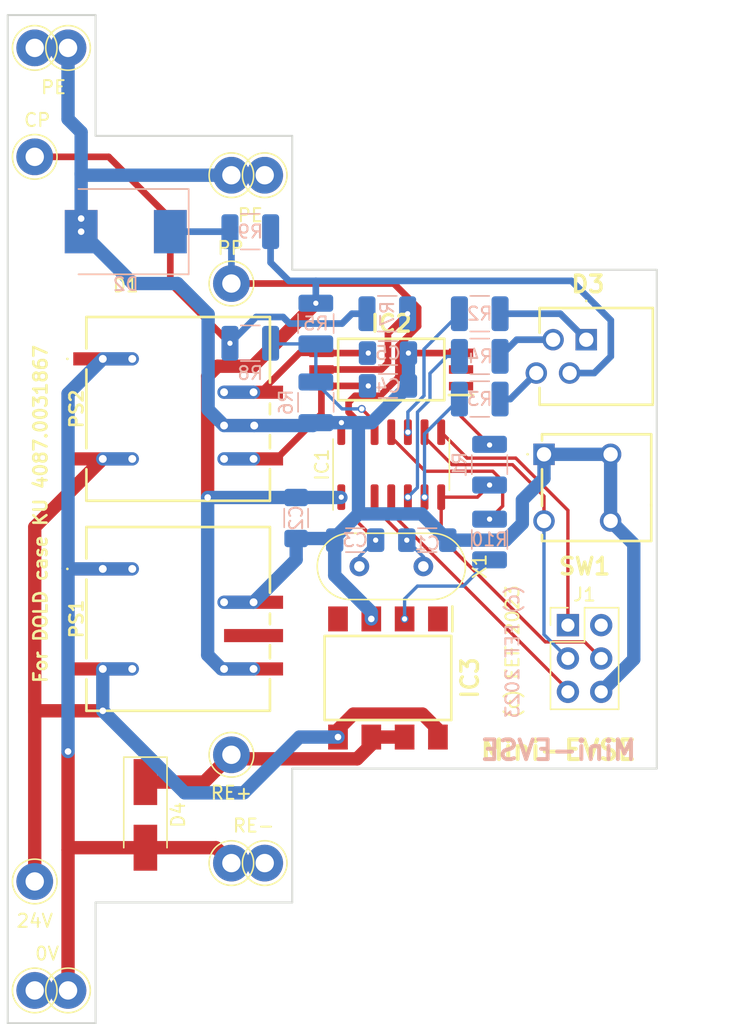
<source format=kicad_pcb>
(kicad_pcb (version 20211014) (generator pcbnew)
  (title_block (title "Mini EVSE - DIN housing") (rev "1") (company "FEF 2023") (comment 1 "EVSE for DOLD KU 4087.0031867 DIN housing"))
  (layers (0 "F.Cu" signal) (31 "B.Cu" signal) (34 "B.Paste" user) (35 "F.Paste" user) (36 "B.SilkS" user "B.Silkscreen") (37 "F.SilkS" user "F.Silkscreen") (38 "B.Mask" user) (39 "F.Mask" user) (44 "Edge.Cuts" user))
  (net 0 "")
  (net 1 "/XTAL2")
  (net 2 "GND")
  (net 3 "+5V")
  (net 4 "/XTAL1")
  (net 5 "+12V")
  (net 6 "-12V")
  (net 7 "Net-(D1-Pad1)")
  (net 8 "/PP_MEAS")
  (net 9 "Net-(D3-Pad1)")
  (net 10 "Net-(D3-Pad3)")
  (net 11 "Net-(D3-Pad4)")
  (net 12 "/RE+")
  (net 13 "/0V")
  (net 14 "/LED_R")
  (net 15 "/SW")
  (net 16 "/CH_ON")
  (net 17 "/LED_B")
  (net 18 "/LED_G")
  (net 19 "/CP_MEAS")
  (net 20 "/CP_OUT")
  (net 21 "/24V")
  (net 22 "Net-(IC2-Pad1)")
  (net 24 "Net-(IC2-Pad5)")
  (net 26 "Net-(IC3-Pad2)")
  (net 29 "/MISO")
  (net 30 "/RESET")
  (footprint "TestPoint:TestPoint_Loop_D2.60mm_Drill1.4mm_Beaded" (layer "F.Cu") (at 117.06 114.6)
    (fp_text reference "H2" hide)
    (fp_text value "RE-")
    (pad "1" thru_hole circle (at 0 0) (size 2.8 2.8) (drill 1.4) (layers *.Cu *.Mask) (net 13 "/0V"))
  )
  (footprint "Diode_SMD:D_SMC" (layer "F.Cu") (at 109 66.5 180)
    (fp_text reference "D1" (at 0 -4.1 180) (layer "F.SilkS"))
    (fp_text value "5.0SMDJ12CA")
    (pad "1" smd rect (at -3.4 0 270) (size 3.3 2.5) (layers "F.Cu" "F.Paste" "F.Mask") (net 7 "Net-(D1-Pad1)"))
    (pad "2" smd rect (at 3.4 0 270) (size 3.3 2.5) (layers "F.Cu" "F.Paste" "F.Mask") (net 2 "GND"))
  )
  (footprint "SamacSys_Parts:SOIC127P1150X355-6N" (layer "F.Cu") (at 129.25 77 180)
    (fp_text reference "IC2" (at 0 3.5) (layer "F.SilkS") (effects (font (size 1.27 1.27) (thickness 0.254))))
    (fp_text value "UCC23511QDWYRQ1" hide)
    (pad "1" smd rect locked (at -5.325 -1.27 270) (size 0.65 1.85) (layers "F.Cu" "F.Paste" "F.Mask") (net 22 "Net-(IC2-Pad1)"))
    (pad "2" smd rect locked (at -5.325 0 270) (size 0.65 1.85) (layers "F.Cu" "F.Paste" "F.Mask"))
    (pad "3" smd rect locked (at -5.325 1.27 270) (size 0.65 1.85) (layers "F.Cu" "F.Paste" "F.Mask") (net 2 "GND"))
    (pad "4" smd rect locked (at 5.325 1.27 270) (size 0.65 1.85) (layers "F.Cu" "F.Paste" "F.Mask") (net 6 "-12V"))
    (pad "5" smd rect locked (at 5.325 0 270) (size 0.65 1.85) (layers "F.Cu" "F.Paste" "F.Mask") (net 24 "Net-(IC2-Pad5)"))
    (pad "6" smd rect locked (at 5.325 -1.27 270) (size 0.65 1.85) (layers "F.Cu" "F.Paste" "F.Mask") (net 5 "+12V"))
  )
  (footprint "TestPoint:TestPoint_Loop_D2.60mm_Drill1.4mm_Beaded" (layer "F.Cu") (at 102.06 116)
    (fp_text reference "H4" hide)
    (fp_text value "24V IN")
    (pad "1" thru_hole circle (at 0 0) (size 2.8 2.8) (drill 1.4) (layers *.Cu *.Mask) (net 21 "/24V"))
  )
  (footprint "TestPoint:TestPoint_Loop_D2.60mm_Drill1.4mm_Beaded" (layer "F.Cu") (at 102.06 60.8)
    (fp_text reference "H8" hide)
    (fp_text value "CP")
    (pad "1" thru_hole circle (at 0 0) (size 2.8 2.8) (drill 1.4) (layers *.Cu *.Mask) (net 7 "Net-(D1-Pad1)"))
  )
  (footprint "TestPoint:TestPoint_Loop_D2.60mm_Drill1.4mm_Beaded" (layer "F.Cu") (at 117.06 106.35)
    (fp_text reference "H1" hide)
    (fp_text value "RE+")
    (pad "1" thru_hole circle (at 0 0) (size 2.8 2.8) (drill 1.4) (layers *.Cu *.Mask) (net 12 "/RE+"))
  )
  (footprint "TestPoint:TestPoint_Loop_D2.60mm_Drill1.4mm_Beaded" (layer "F.Cu") (at 102.06 124.3)
    (fp_text reference "H5" hide)
    (fp_text value "0V IN")
    (pad "1" thru_hole circle (at 0 0) (size 2.8 2.8) (drill 1.4) (layers *.Cu *.Mask) (net 13 "/0V"))
  )
  (footprint "TestPoint:TestPoint_Loop_D2.60mm_Drill1.4mm_Beaded" (layer "F.Cu") (at 102.06 52.5)
    (fp_text reference "H9" hide)
    (fp_text value "GND")
    (pad "1" thru_hole circle (at 0 0) (size 2.8 2.8) (drill 1.4) (layers *.Cu *.Mask) (net 2 "GND"))
  )
  (footprint "SamacSys_Parts:5504013F" (layer "F.Cu") (at 144.124 74.73 90)
    (fp_text reference "D3" (at 4.23 0.126 180) (layer "F.SilkS") (effects (font (size 1.27 1.27) (thickness 0.254))))
    (fp_text value "LED_RABG" hide)
    (pad "1" thru_hole rect (at 0 0 90) (size 1.635 1.635) (drill 1.09) (layers *.Cu *.Mask) (net 9 "Net-(D3-Pad1)"))
    (pad "2" thru_hole circle (at -2.54 -1.27 90) (size 1.635 1.635) (drill 1.09) (layers *.Cu *.Mask) (net 3 "+5V"))
    (pad "3" thru_hole circle (at 0 -2.53 90) (size 1.635 1.635) (drill 1.09) (layers *.Cu *.Mask) (net 10 "Net-(D3-Pad3)"))
    (pad "4" thru_hole circle (at -2.54 -3.81 90) (size 1.635 1.635) (drill 1.09) (layers *.Cu *.Mask) (net 11 "Net-(D3-Pad4)"))
  )
  (footprint "TestPoint:TestPoint_Loop_D2.60mm_Drill1.4mm_Beaded" (layer "F.Cu") (at 117.06 70.45)
    (fp_text reference "H7" hide)
    (fp_text value "PP")
    (pad "1" thru_hole circle (at 0 0) (size 2.8 2.8) (drill 1.4) (layers *.Cu *.Mask) (net 8 "/PP_MEAS"))
  )
  (footprint "TestPoint:TestPoint_Loop_D2.60mm_Drill1.4mm_Beaded" (layer "F.Cu") (at 117.06 62.2)
    (fp_text reference "H11" hide)
    (fp_text value "GND")
    (pad "1" thru_hole circle (at 0 0) (size 2.8 2.8) (drill 1.4) (layers *.Cu *.Mask) (net 2 "GND"))
  )
  (footprint "SamacSys_Parts:PQP1D24S5M" (layer "F.Cu") (at 113 80)
    (fp_text reference "PS2" (at -7.75 0 90) (layer "F.SilkS") (effects (font (thickness 0.2))))
    (fp_text value "PQP1-D24-D12-M" hide)
    (pad "1" smd rect locked (at -5.75 -3.81 90) (size 1 4.5) (layers "F.Cu" "F.Paste" "F.Mask") (net 13 "/0V"))
    (pad "4" smd rect locked (at -5.75 3.81 90) (size 1 4.5) (layers "F.Cu" "F.Paste" "F.Mask") (net 21 "/24V"))
    (pad "5" smd rect locked (at 5.75 3.81 90) (size 1 4.5) (layers "F.Cu" "F.Paste" "F.Mask") (net 5 "+12V"))
    (pad "6" smd rect locked (at 5.75 1.27 90) (size 1 4.5) (layers "F.Cu" "F.Paste" "F.Mask") (net 2 "GND"))
    (pad "7" smd rect locked (at 5.75 -1.27 90) (size 1 4.5) (layers "F.Cu" "F.Paste" "F.Mask") (net 6 "-12V"))
  )
  (footprint "TestPoint:TestPoint_Loop_D2.60mm_Drill1.4mm_Beaded" (layer "F.Cu") (at 119.6 114.6)
    (fp_text reference "H3" hide)
    (fp_text value "RE-")
    (pad "1" thru_hole circle (at 0 0) (size 2.8 2.8) (drill 1.4) (layers *.Cu *.Mask) (net 13 "/0V"))
  )
  (footprint "Connector_PinHeader_2.54mm:PinHeader_2x03_P2.54mm_Vertical" (layer "F.Cu") (at 142.725 96.475)
    (fp_text reference "J1" (at 1.27 -2.33) (layer "F.SilkS"))
    (fp_text value "ICP")
    (pad "1" thru_hole rect (at 0 0) (size 1.7 1.7) (drill 1) (layers *.Cu *.Mask) (net 29 "/MISO"))
    (pad "2" thru_hole oval (at 2.54 0) (size 1.7 1.7) (drill 1) (layers *.Cu *.Mask))
    (pad "3" thru_hole oval (at 0 2.54) (size 1.7 1.7) (drill 1) (layers *.Cu *.Mask) (net 15 "/SW"))
    (pad "4" thru_hole oval (at 2.54 2.54) (size 1.7 1.7) (drill 1) (layers *.Cu *.Mask) (net 20 "/CP_OUT"))
    (pad "5" thru_hole oval (at 0 5.08) (size 1.7 1.7) (drill 1) (layers *.Cu *.Mask) (net 30 "/RESET"))
    (pad "6" thru_hole oval (at 2.54 5.08) (size 1.7 1.7) (drill 1) (layers *.Cu *.Mask) (net 2 "GND"))
  )
  (footprint "SamacSys_Parts:TPA11CGRA004" (layer "F.Cu") (at 140.902 83.46 180)
    (fp_text reference "SW1" (at -3.098 -8.54) (layer "F.SilkS") (effects (font (size 1.27 1.27) (thickness 0.254))))
    (fp_text value "SW_DIP_x01" hide)
    (pad "1" thru_hole rect (at 0 0 180) (size 1.635 1.635) (drill 1.092) (layers *.Cu *.Mask) (net 2 "GND"))
    (pad "3" thru_hole circle (at 0 -5.08 180) (size 1.635 1.635) (drill 1.092) (layers *.Cu *.Mask) (net 15 "/SW"))
    (pad "MH1" thru_hole circle (at -5.08 0 180) (size 1.635 1.635) (drill 1.092) (layers *.Cu *.Mask) (net 2 "GND"))
    (pad "MH2" thru_hole circle (at -5.08 -5.08 180) (size 1.635 1.635) (drill 1.092) (layers *.Cu *.Mask) (net 2 "GND"))
  )
  (footprint "SamacSys_Parts:PQP1D24S5M" (layer "F.Cu") (at 113 96)
    (fp_text reference "PS1" (at -7.75 0 90) (layer "F.SilkS") (effects (font (thickness 0.2))))
    (fp_text value "PQP1-D24-S5-M" hide)
    (pad "1" smd rect locked (at -5.75 -3.81 90) (size 1 4.5) (layers "F.Cu" "F.Paste" "F.Mask") (net 13 "/0V"))
    (pad "4" smd rect locked (at -5.75 3.81 90) (size 1 4.5) (layers "F.Cu" "F.Paste" "F.Mask") (net 21 "/24V"))
    (pad "5" smd rect locked (at 5.75 3.81 90) (size 1 4.5) (layers "F.Cu" "F.Paste" "F.Mask") (net 3 "+5V"))
    (pad "6" smd rect locked (at 5.75 1.27 90) (size 1 4.5) (layers "F.Cu" "F.Paste" "F.Mask"))
    (pad "7" smd rect locked (at 5.75 -1.27 90) (size 1 4.5) (layers "F.Cu" "F.Paste" "F.Mask") (net 2 "GND"))
  )
  (footprint "Diode_SMD:D_SMA_Handsoldering" (layer "F.Cu") (at 110.5 110.92823 -90)
    (fp_text reference "D4" (at 0 -2.5 -90) (layer "F.SilkS"))
    (fp_text value "SX33L_R1_00001 ")
    (pad "1" smd rect (at -2.5 0 270) (size 3.5 1.8) (layers "F.Cu" "F.Paste" "F.Mask") (net 12 "/RE+"))
    (pad "2" smd rect (at 2.5 0 270) (size 3.5 1.8) (layers "F.Cu" "F.Paste" "F.Mask") (net 13 "/0V"))
  )
  (footprint "Crystal:Crystal_HC49-U_Vertical" (layer "F.Cu") (at 131.7 92 180)
    (fp_text reference "X1" (at -4.3 0 90) (layer "F.SilkS"))
    (fp_text value "15.36MHz")
    (pad "1" thru_hole circle (at 0 0 180) (size 1.5 1.5) (drill 0.8) (layers *.Cu *.Mask) (net 1 "/XTAL2"))
    (pad "2" thru_hole circle (at 4.88 0 180) (size 1.5 1.5) (drill 0.8) (layers *.Cu *.Mask) (net 4 "/XTAL1"))
  )
  (footprint "TestPoint:TestPoint_Loop_D2.60mm_Drill1.4mm_Beaded" (layer "F.Cu") (at 104.6 124.3)
    (fp_text reference "H6" hide)
    (fp_text value "0V IN")
    (pad "1" thru_hole circle (at 0 0) (size 2.8 2.8) (drill 1.4) (layers *.Cu *.Mask) (net 13 "/0V"))
  )
  (footprint "Package_SO:SOIC-14_3.9x8.7mm_P1.27mm" (layer "F.Cu") (at 129.25 84.25 90)
    (fp_text reference "IC1" (at 0 -5.28 90) (layer "F.SilkS"))
    (fp_text value "ATtiny84-20P")
    (pad "1" smd roundrect (at -2.475 -3.81 90) (size 1.95 0.6) (layers "F.Cu" "F.Paste" "F.Mask") (net 3 "+5V"))
    (pad "2" smd roundrect (at -2.475 -2.54 90) (size 1.95 0.6) (layers "F.Cu" "F.Paste" "F.Mask") (net 4 "/XTAL1"))
    (pad "3" smd roundrect (at -2.475 -1.27 90) (size 1.95 0.6) (layers "F.Cu" "F.Paste" "F.Mask") (net 1 "/XTAL2"))
    (pad "4" smd roundrect (at -2.475 0 90) (size 1.95 0.6) (layers "F.Cu" "F.Paste" "F.Mask") (net 30 "/RESET"))
    (pad "5" smd roundrect (at -2.475 1.27 90) (size 1.95 0.6) (layers "F.Cu" "F.Paste" "F.Mask") (net 17 "/LED_B"))
    (pad "6" smd roundrect (at -2.475 2.54 90) (size 1.95 0.6) (layers "F.Cu" "F.Paste" "F.Mask") (net 18 "/LED_G"))
    (pad "7" smd roundrect (at -2.475 3.81 90) (size 1.95 0.6) (layers "F.Cu" "F.Paste" "F.Mask") (net 20 "/CP_OUT"))
    (pad "8" smd roundrect (at 2.475 3.81 90) (size 1.95 0.6) (layers "F.Cu" "F.Paste" "F.Mask") (net 29 "/MISO"))
    (pad "9" smd roundrect (at 2.475 2.54 90) (size 1.95 0.6) (layers "F.Cu" "F.Paste" "F.Mask") (net 15 "/SW"))
    (pad "10" smd roundrect (at 2.475 1.27 90) (size 1.95 0.6) (layers "F.Cu" "F.Paste" "F.Mask") (net 14 "/LED_R"))
    (pad "11" smd roundrect (at 2.475 0 90) (size 1.95 0.6) (layers "F.Cu" "F.Paste" "F.Mask") (net 16 "/CH_ON"))
    (pad "12" smd roundrect (at 2.475 -1.27 90) (size 1.95 0.6) (layers "F.Cu" "F.Paste" "F.Mask") (net 19 "/CP_MEAS"))
    (pad "13" smd roundrect (at 2.475 -2.54 90) (size 1.95 0.6) (layers "F.Cu" "F.Paste" "F.Mask") (net 8 "/PP_MEAS"))
    (pad "14" smd roundrect (at 2.475 -3.81 90) (size 1.95 0.6) (layers "F.Cu" "F.Paste" "F.Mask") (net 2 "GND"))
  )
  (footprint "TestPoint:TestPoint_Loop_D2.60mm_Drill1.4mm_Beaded" (layer "F.Cu") (at 119.6 62.2)
    (fp_text reference "H12" hide)
    (fp_text value "GND")
    (pad "1" thru_hole circle (at 0 0) (size 2.8 2.8) (drill 1.4) (layers *.Cu *.Mask) (net 2 "GND"))
  )
  (footprint "TestPoint:TestPoint_Loop_D2.60mm_Drill1.4mm_Beaded" (layer "F.Cu") (at 104.6 52.5)
    (fp_text reference "H10" hide)
    (fp_text value "GND")
    (pad "1" thru_hole circle (at 0 0) (size 2.8 2.8) (drill 1.4) (layers *.Cu *.Mask) (net 2 "GND"))
  )
  (footprint "SamacSys_Parts:SOP254P1000X425-8N" (layer "F.Cu") (at 129 100.5 -90)
    (fp_text reference "IC3" (at 0 -6.25 90) (layer "F.SilkS") (effects (font (size 1.27 1.27) (thickness 0.254))))
    (fp_text value "TLP3547_TP1,F_O" hide)
    (pad "1" smd rect locked (at -4.5 -3.81) (size 1.5 1.9) (layers "F.Cu" "F.Paste" "F.Mask"))
    (pad "2" smd rect locked (at -4.5 -1.27) (size 1.5 1.9) (layers "F.Cu" "F.Paste" "F.Mask") (net 26 "Net-(IC3-Pad2)"))
    (pad "3" smd rect locked (at -4.5 1.27) (size 1.5 1.9) (layers "F.Cu" "F.Paste" "F.Mask") (net 2 "GND"))
    (pad "4" smd rect locked (at -4.5 3.81) (size 1.5 1.9) (layers "F.Cu" "F.Paste" "F.Mask"))
    (pad "5" smd rect locked (at 4.5 3.81) (size 1.5 1.9) (layers "F.Cu" "F.Paste" "F.Mask") (net 21 "/24V"))
    (pad "6" smd rect locked (at 4.5 1.27) (size 1.5 1.9) (layers "F.Cu" "F.Paste" "F.Mask") (net 12 "/RE+"))
    (pad "7" smd rect locked (at 4.5 -1.27) (size 1.5 1.9) (layers "F.Cu" "F.Paste" "F.Mask") (net 12 "/RE+"))
    (pad "8" smd rect locked (at 4.5 -3.81) (size 1.5 1.9) (layers "F.Cu" "F.Paste" "F.Mask") (net 21 "/24V"))
  )
  (footprint "Resistor_SMD:R_1210_3225Metric_Pad1.30x2.65mm_HandSolder" (layer "B.Cu") (at 123.5 73.5 -90)
    (fp_text reference "R5" (at 0 0 180) (layer "B.SilkS") (effects (justify mirror)))
    (fp_text value "41k2")
    (pad "1" smd roundrect (at -1.55 0 270) (size 1.3 2.65) (layers "B.Cu" "B.Paste" "B.Mask") (roundrect_rratio 0.1923076923) (net 3 "+5V"))
    (pad "2" smd roundrect (at 1.55 0 270) (size 1.3 2.65) (layers "B.Cu" "B.Paste" "B.Mask") (roundrect_rratio 0.1923076923) (net 19 "/CP_MEAS"))
  )
  (footprint "Resistor_SMD:R_1210_3225Metric_Pad1.30x2.65mm_HandSolder" (layer "B.Cu") (at 128.95 72.75)
    (fp_text reference "R7" (at 0 0 90) (layer "B.SilkS") (effects (justify mirror)))
    (fp_text value "1k")
    (pad "1" smd roundrect (at -1.55 0) (size 1.3 2.65) (layers "B.Cu" "B.Paste" "B.Mask") (roundrect_rratio 0.1923076923) (net 7 "Net-(D1-Pad1)"))
    (pad "2" smd roundrect (at 1.55 0) (size 1.3 2.65) (layers "B.Cu" "B.Paste" "B.Mask") (roundrect_rratio 0.1923076923) (net 24 "Net-(IC2-Pad5)"))
  )
  (footprint "Resistor_SMD:R_1210_3225Metric_Pad1.30x2.65mm_HandSolder" (layer "B.Cu") (at 118.5 75)
    (fp_text reference "R8" (at 0 2.28) (layer "B.SilkS") (effects (justify mirror)))
    (fp_text value "100k")
    (pad "1" smd roundrect (at -1.55 0) (size 1.3 2.65) (layers "B.Cu" "B.Paste" "B.Mask") (roundrect_rratio 0.1923076923) (net 7 "Net-(D1-Pad1)"))
    (pad "2" smd roundrect (at 1.55 0) (size 1.3 2.65) (layers "B.Cu" "B.Paste" "B.Mask") (roundrect_rratio 0.1923076923) (net 19 "/CP_MEAS"))
  )
  (footprint "Resistor_SMD:R_1210_3225Metric_Pad1.30x2.65mm_HandSolder" (layer "B.Cu") (at 118.5 66.5 180)
    (fp_text reference "R9" (at 0 0) (layer "B.SilkS") (effects (justify mirror)))
    (fp_text value "301")
    (pad "1" smd roundrect (at -1.55 0 180) (size 1.3 2.65) (layers "B.Cu" "B.Paste" "B.Mask") (roundrect_rratio 0.1923076923) (net 3 "+5V"))
    (pad "2" smd roundrect (at 1.55 0 180) (size 1.3 2.65) (layers "B.Cu" "B.Paste" "B.Mask") (roundrect_rratio 0.1923076923) (net 8 "/PP_MEAS"))
  )
  (footprint "Capacitor_SMD:C_1206_3216Metric_Pad1.33x1.80mm_HandSolder" (layer "B.Cu") (at 132 90)
    (fp_text reference "C1" (at 0 0.25) (layer "B.SilkS") (effects (justify mirror)))
    (fp_text value "18p")
    (pad "1" smd roundrect (at -1.5625 0) (size 1.325 1.8) (layers "B.Cu" "B.Paste" "B.Mask") (roundrect_rratio 0.1886792453) (net 1 "/XTAL2"))
    (pad "2" smd roundrect (at 1.5625 0) (size 1.325 1.8) (layers "B.Cu" "B.Paste" "B.Mask") (roundrect_rratio 0.1886792453) (net 2 "GND"))
  )
  (footprint "Resistor_SMD:R_1210_3225Metric_Pad1.30x2.65mm_HandSolder" (layer "B.Cu") (at 136 76 180)
    (fp_text reference "R4" (at -0.025 0) (layer "B.SilkS") (effects (justify mirror)))
    (fp_text value "300")
    (pad "1" smd roundrect (at -1.55 0 180) (size 1.3 2.65) (layers "B.Cu" "B.Paste" "B.Mask") (roundrect_rratio 0.1923076923) (net 10 "Net-(D3-Pad3)"))
    (pad "2" smd roundrect (at 1.55 0 180) (size 1.3 2.65) (layers "B.Cu" "B.Paste" "B.Mask") (roundrect_rratio 0.1923076923) (net 17 "/LED_B"))
  )
  (footprint "Resistor_SMD:R_1210_3225Metric_Pad1.30x2.65mm_HandSolder" (layer "B.Cu") (at 123.5 79.5 -90)
    (fp_text reference "R6" (at 0 2.28 90) (layer "B.SilkS") (effects (justify mirror)))
    (fp_text value "36k5")
    (pad "1" smd roundrect (at -1.55 0 270) (size 1.3 2.65) (layers "B.Cu" "B.Paste" "B.Mask") (roundrect_rratio 0.1923076923) (net 19 "/CP_MEAS"))
    (pad "2" smd roundrect (at 1.55 0 270) (size 1.3 2.65) (layers "B.Cu" "B.Paste" "B.Mask") (roundrect_rratio 0.1923076923) (net 2 "GND"))
  )
  (footprint "Resistor_SMD:R_1210_3225Metric_Pad1.30x2.65mm_HandSolder" (layer "B.Cu") (at 136 79.25 180)
    (fp_text reference "R3" (at 0 0) (layer "B.SilkS") (effects (justify mirror)))
    (fp_text value "300")
    (pad "1" smd roundrect (at -1.55 0 180) (size 1.3 2.65) (layers "B.Cu" "B.Paste" "B.Mask") (roundrect_rratio 0.1923076923) (net 11 "Net-(D3-Pad4)"))
    (pad "2" smd roundrect (at 1.55 0 180) (size 1.3 2.65) (layers "B.Cu" "B.Paste" "B.Mask") (roundrect_rratio 0.1923076923) (net 18 "/LED_G"))
  )
  (footprint "Capacitor_SMD:C_1206_3216Metric_Pad1.33x1.80mm_HandSolder" (layer "B.Cu") (at 129 78.25)
    (fp_text reference "C4" (at 0.025 0) (layer "B.SilkS") (effects (justify mirror)))
    (fp_text value "47n")
    (pad "1" smd roundrect (at -1.5625 0) (size 1.325 1.8) (layers "B.Cu" "B.Paste" "B.Mask") (roundrect_rratio 0.1886792453) (net 5 "+12V"))
    (pad "2" smd roundrect (at 1.5625 0) (size 1.325 1.8) (layers "B.Cu" "B.Paste" "B.Mask") (roundrect_rratio 0.1886792453) (net 2 "GND"))
  )
  (footprint "Resistor_SMD:R_1210_3225Metric_Pad1.30x2.65mm_HandSolder" (layer "B.Cu") (at 136.75 84.25 -90)
    (fp_text reference "R1" (at 0 2.28 90) (layer "B.SilkS") (effects (justify mirror)))
    (fp_text value "510")
    (pad "1" smd roundrect (at -1.55 0 270) (size 1.3 2.65) (layers "B.Cu" "B.Paste" "B.Mask") (roundrect_rratio 0.1923076923) (net 22 "Net-(IC2-Pad1)"))
    (pad "2" smd roundrect (at 1.55 0 270) (size 1.3 2.65) (layers "B.Cu" "B.Paste" "B.Mask") (roundrect_rratio 0.1923076923) (net 20 "/CP_OUT"))
  )
  (footprint "Capacitor_SMD:C_1206_3216Metric_Pad1.33x1.80mm_HandSolder" (layer "B.Cu") (at 122 88.3125 -90)
    (fp_text reference "C2" (at 0 0 90) (layer "B.SilkS") (effects (justify mirror)))
    (fp_text value "47n")
    (pad "1" smd roundrect (at -1.5625 0 270) (size 1.325 1.8) (layers "B.Cu" "B.Paste" "B.Mask") (roundrect_rratio 0.1886792453) (net 3 "+5V"))
    (pad "2" smd roundrect (at 1.5625 0 270) (size 1.325 1.8) (layers "B.Cu" "B.Paste" "B.Mask") (roundrect_rratio 0.1886792453) (net 2 "GND"))
  )
  (footprint "Capacitor_SMD:C_1206_3216Metric_Pad1.33x1.80mm_HandSolder" (layer "B.Cu") (at 129 75.75)
    (fp_text reference "C5" (at 0 0) (layer "B.SilkS") (effects (justify mirror)))
    (fp_text value "47n")
    (pad "1" smd roundrect (at -1.5625 0) (size 1.325 1.8) (layers "B.Cu" "B.Paste" "B.Mask") (roundrect_rratio 0.1886792453) (net 6 "-12V"))
    (pad "2" smd roundrect (at 1.5625 0) (size 1.325 1.8) (layers "B.Cu" "B.Paste" "B.Mask") (roundrect_rratio 0.1886792453) (net 2 "GND"))
  )
  (footprint "Resistor_SMD:R_1210_3225Metric_Pad1.30x2.65mm_HandSolder" (layer "B.Cu") (at 136.75 89.95 -90)
    (fp_text reference "R10" (at 0 0 180) (layer "B.SilkS") (effects (font (size 1 0.95)) (justify mirror)))
    (fp_text value "500")
    (pad "1" smd roundrect (at -1.55 0 270) (size 1.3 2.65) (layers "B.Cu" "B.Paste" "B.Mask") (roundrect_rratio 0.1923076923) (net 16 "/CH_ON"))
    (pad "2" smd roundrect (at 1.55 0 270) (size 1.3 2.65) (layers "B.Cu" "B.Paste" "B.Mask") (roundrect_rratio 0.1923076923) (net 26 "Net-(IC3-Pad2)"))
  )
  (footprint "Diode_SMD:D_SMC" (layer "B.Cu") (at 109 66.5 180)
    (fp_text reference "D2" (at 0 -4) (layer "B.SilkS") (effects (justify mirror)))
    (fp_text value "652-5.0SMDJ5.0A")
    (pad "1" smd rect (at -3.4 0 90) (size 3.3 2.5) (layers "B.Cu" "B.Paste" "B.Mask") (net 8 "/PP_MEAS"))
    (pad "2" smd rect (at 3.4 0 90) (size 3.3 2.5) (layers "B.Cu" "B.Paste" "B.Mask") (net 2 "GND"))
  )
  (footprint "Capacitor_SMD:C_1206_3216Metric_Pad1.33x1.80mm_HandSolder" (layer "B.Cu") (at 126.5 90 180)
    (fp_text reference "C3" (at 0 0) (layer "B.SilkS") (effects (justify mirror)))
    (fp_text value "18p")
    (pad "1" smd roundrect (at -1.5625 0 180) (size 1.325 1.8) (layers "B.Cu" "B.Paste" "B.Mask") (roundrect_rratio 0.1886792453) (net 4 "/XTAL1"))
    (pad "2" smd roundrect (at 1.5625 0 180) (size 1.325 1.8) (layers "B.Cu" "B.Paste" "B.Mask") (roundrect_rratio 0.1886792453) (net 2 "GND"))
  )
  (footprint "Resistor_SMD:R_1210_3225Metric_Pad1.30x2.65mm_HandSolder" (layer "B.Cu") (at 136 72.75 180)
    (fp_text reference "R2" (at 0 0) (layer "B.SilkS") (effects (justify mirror)))
    (fp_text value "500")
    (pad "1" smd roundrect (at -1.55 0 180) (size 1.3 2.65) (layers "B.Cu" "B.Paste" "B.Mask") (roundrect_rratio 0.1923076923) (net 9 "Net-(D3-Pad1)"))
    (pad "2" smd roundrect (at 1.55 0 180) (size 1.3 2.65) (layers "B.Cu" "B.Paste" "B.Mask") (roundrect_rratio 0.1923076923) (net 14 "/LED_R"))
  )
  (gr_line (start 106.7 126.8) (end 106.7 117.6) (layer "Edge.Cuts") (width 0.15))
  (gr_line (start 106.7 117.6) (end 121.7 117.6) (layer "Edge.Cuts") (width 0.15))
  (gr_line (start 106.7 126.8) (end 100 126.8) (layer "Edge.Cuts") (width 0.15))
  (gr_line (start 121.7 69.4) (end 149.5 69.4) (layer "Edge.Cuts") (width 0.15))
  (gr_line (start 121.7 59.2) (end 121.7 69.4) (layer "Edge.Cuts") (width 0.15))
  (gr_line (start 106.7 50) (end 100 50) (layer "Edge.Cuts") (width 0.15))
  (gr_line (start 121.7 117.6) (end 121.7 107.4) (layer "Edge.Cuts") (width 0.15))
  (gr_line (start 106.7 50) (end 106.7 59.2) (layer "Edge.Cuts") (width 0.15))
  (gr_line (start 100 50) (end 100 126.8) (layer "Edge.Cuts") (width 0.15))
  (gr_line (start 106.7 59.2) (end 121.7 59.2) (layer "Edge.Cuts") (width 0.15))
  (gr_line (start 121.7 107.4) (end 149.5 107.4) (layer "Edge.Cuts") (width 0.15))
  (gr_line (start 149.5 69.4) (end 149.5 107.4) (layer "Edge.Cuts") (width 0.15))
  (gr_text "Mini-EVSE" (at 142 106) (layer "B.SilkS") (effects (font (size 1.5 1.5) (thickness 0.3)) (justify mirror)))
  (gr_text "(c) FEF 2023" (at 138.5 98.5 90) (layer "B.SilkS") (effects (font (size 1 1)) (justify mirror)))
  (gr_text "RE-" (at 118.75 111.75) (layer "F.SilkS") (effects (font (size 1 1))))
  (gr_text "Mini-EVSE" (at 142 106) (layer "F.SilkS") (effects (font (size 1.5 1.5) (thickness 0.3))))
  (gr_text "(c) FEF 2023" (at 138.5 98.5 90) (layer "F.SilkS") (effects (font (size 1 1))))
  (gr_text "CP" (at 102.25 58) (layer "F.SilkS") (effects (font (size 1 1))))
  (gr_text "24V\n" (at 102.06 119) (layer "F.SilkS") (effects (font (size 1 1))))
  (gr_text "For DOLD case KU 4087.0031867" (at 102.5 88 90) (layer "F.SilkS") (effects (font (size 1 1) (thickness 0.2))))
  (gr_text "PE" (at 103.5 55.5) (layer "F.SilkS") (effects (font (size 1 1))))
  (gr_text "PP" (at 117 67.75) (layer "F.SilkS") (effects (font (size 1 1))))
  (gr_text "0V" (at 103 121.5) (layer "F.SilkS") (effects (font (size 1 1))))
  (gr_text "RE+" (at 117.06 109.25) (layer "F.SilkS") (effects (font (size 1 1))))
  (gr_text "PE" (at 118.5 65.25) (layer "F.SilkS") (effects (font (size 1 1))))
  (segment (start 127.98 87.5425) (end 130.4375 90) (width 0.254) (layer "F.Cu") (net 1))
  (segment (start 127.98 86.725) (end 127.98 87.5425) (width 0.254) (layer "F.Cu") (net 1))
  (via (at 130.4375 90) (size 0.6) (drill 0.4) (layers "F.Cu" "B.Cu") (net 1))
  (segment (start 131.7 91.2625) (end 130.4375 90) (width 0.254) (layer "B.Cu") (net 1))
  (segment (start 131.7 92) (end 131.7 91.2625) (width 0.254) (layer "B.Cu") (net 1))
  (segment (start 134.555 75.75) (end 134.575 75.73) (width 0.508) (layer "F.Cu") (net 2))
  (segment (start 130.5625 75.75) (end 134.555 75.75) (width 0.508) (layer "F.Cu") (net 2))
  (via (at 105.6 66.5) (size 1) (drill 0.5) (layers "F.Cu" "B.Cu") (net 2))
  (via (at 127.73 96) (size 1) (drill 0.5) (layers "F.Cu" "B.Cu") (net 2))
  (via (at 125.45 81.05) (size 0.6) (drill 0.4) (layers "F.Cu" "B.Cu") (net 2))
  (via (at 116.5 94.73) (size 1) (drill 0.6) (layers "F.Cu" "B.Cu") (net 2))
  (via (at 118.8 81.27) (size 1) (drill 0.6) (layers "F.Cu" "B.Cu") (net 2))
  (via (at 105.6 65.5) (size 1) (drill 0.5) (layers "F.Cu" "B.Cu") (net 2))
  (via (at 118.75 94.73) (size 1) (drill 0.6) (layers "F.Cu" "B.Cu") (net 2))
  (via (at 116.5 81.27) (size 1) (drill 0.6) (layers "F.Cu" "B.Cu") (net 2))
  (via (at 130.5625 75.75) (size 0.6) (drill 0.4) (layers "F.Cu" "B.Cu") (net 2))
  (segment (start 140.902 85.2935) (end 140.902 83.46) (width 1.016) (layer "B.Cu") (net 2))
  (segment (start 126.8 81.05) (end 127.7625 81.05) (width 1.016) (layer "B.Cu") (net 2))
  (segment (start 147.75 90.308) (end 147.75 99.07) (width 1.016) (layer "B.Cu") (net 2))
  (segment (start 140.902 83.46) (end 145.982 83.46) (width 1.016) (layer "B.Cu") (net 2))
  (segment (start 126.75 88) (end 126.75 81.1) (width 1.016) (layer "B.Cu") (net 2))
  (segment (start 133.5625 90) (end 137.979817 90) (width 1.016) (layer "B.Cu") (net 2))
  (segment (start 145.982 88.54) (end 147.75 90.308) (width 1.016) (layer "B.Cu") (net 2))
  (segment (start 147.75 99.07) (end 145.265 101.555) (width 1.016) (layer "B.Cu") (net 2))
  (segment (start 139.25 88.729817) (end 139.25 86.9455) (width 1.016) (layer "B.Cu") (net 2))
  (segment (start 122 89.875) (end 122 91.48) (width 1.016) (layer "B.Cu") (net 2))
  (segment (start 117.06 62.2) (end 105.7 62.2) (width 1.016) (layer "B.Cu") (net 2))
  (segment (start 122 89.875) (end 124.8125 89.875) (width 1.016) (layer "B.Cu") (net 2))
  (segment (start 105.6 58.924487) (end 105.6 62.1) (width 1.016) (layer "B.Cu") (net 2))
  (segment (start 127.7625 81.05) (end 130.5625 78.25) (width 1.016) (layer "B.Cu") (net 2))
  (segment (start 122 91.48) (end 118.75 94.73) (width 1.016) (layer "B.Cu") (net 2))
  (segment (start 104.6 52.5) (end 104.6 57.924487) (width 1.016) (layer "B.Cu") (net 2))
  (segment (start 115.284 80.054) (end 115.284 72.784) (width 1.016) (layer "B.Cu") (net 2))
  (segment (start 126.75 81.1) (end 126.8 81.05) (width 1.016) (layer "B.Cu") (net 2))
  (segment (start 125.45 81.05) (end 126.8 81.05) (width 1.016) (layer "B.Cu") (net 2))
  (segment (start 102.06 52.5) (end 104.6 52.5) (width 1.016) (layer "B.Cu") (net 2))
  (segment (start 116.5 81.27) (end 118.8 81.27) (width 1.016) (layer "B.Cu") (net 2))
  (segment (start 116.5 81.27) (end 115.284 80.054) (width 1.016) (layer "B.Cu") (net 2))
  (segment (start 124.9375 92.6875) (end 127.73 95.48) (width 1.016) (layer "B.Cu") (net 2))
  (segment (start 123.28 81.27) (end 123.5 81.05) (width 1.016) (layer "B.Cu") (net 2))
  (segment (start 124.9375 89.8125) (end 124.9375 90) (width 1.016) (layer "B.Cu") (net 2))
  (segment (start 137.979817 90) (end 139.25 88.729817) (width 1.016) (layer "B.Cu") (net 2))
  (segment (start 124.9375 90) (end 124.9375 92.6875) (width 1.016) (layer "B.Cu") (net 2))
  (segment (start 118.8 81.27) (end 123.28 81.27) (width 1.016) (layer "B.Cu") (net 2))
  (segment (start 123.5 81.05) (end 125.45 81.05) (width 1.016) (layer "B.Cu") (net 2))
  (segment (start 133.5625 90) (end 131.5625 88) (width 1.016) (layer "B.Cu") (net 2))
  (segment (start 131.5625 88) (end 126.75 88) (width 1.016) (layer "B.Cu") (net 2))
  (segment (start 105.6 62.1) (end 105.6 66.5) (width 1.016) (layer "B.Cu") (net 2))
  (segment (start 104.6 57.924487) (end 105.6 58.924487) (width 1.016) (layer "B.Cu") (net 2))
  (segment (start 116.5 94.73) (end 118.75 94.73) (width 1.016) (layer "B.Cu") (net 2))
  (segment (start 109.55 70.45) (end 105.6 66.5) (width 1.016) (layer "B.Cu") (net 2))
  (segment (start 126.75 88) (end 124.9375 89.8125) (width 1.016) (layer "B.Cu") (net 2))
  (segment (start 112.95 70.45) (end 109.55 70.45) (width 1.016) (layer "B.Cu") (net 2))
  (segment (start 105.7 62.2) (end 105.6 62.1) (width 1.016) (layer "B.Cu") (net 2))
  (segment (start 145.982 83.46) (end 145.982 88.54) (width 1.016) (layer "B.Cu") (net 2))
  (segment (start 115.284 72.784) (end 112.95 70.45) (width 1.016) (layer "B.Cu") (net 2))
  (segment (start 117.06 62.2) (end 119.6 62.2) (width 1.016) (layer "B.Cu") (net 2))
  (segment (start 130.5625 75.75) (end 130.5625 78.25) (width 1.016) (layer "B.Cu") (net 2))
  (segment (start 127.73 95.48) (end 127.73 96) (width 1.016) (layer "B.Cu") (net 2))
  (segment (start 124.8125 89.875) (end 124.9375 90) (width 1.016) (layer "B.Cu") (net 2))
  (segment (start 139.25 86.9455) (end 140.902 85.2935) (width 1.016) (layer "B.Cu") (net 2))
  (segment (start 115.25 77.5) (end 116 76.75) (width 1.016) (layer "F.Cu") (net 3))
  (segment (start 118.7 76.75) (end 123.5 71.95) (width 1.016) (layer "F.Cu") (net 3))
  (segment (start 116 76.75) (end 118.7 76.75) (width 1.016) (layer "F.Cu") (net 3))
  (segment (start 115.25 86.75) (end 115.25 77.5) (width 1.016) (layer "F.Cu") (net 3))
  (via (at 123.5 71.95) (size 0.6) (drill 0.4) (layers "F.Cu" "B.Cu") (net 3))
  (via (at 125.44 86.725) (size 0.6) (drill 0.4) (layers "F.Cu" "B.Cu") (net 3))
  (via (at 116.5 99.81) (size 1) (drill 0.6) (layers "F.Cu" "B.Cu") (net 3))
  (via (at 118.75 99.81) (size 1) (drill 0.6) (layers "F.Cu" "B.Cu") (net 3))
  (via (at 115.25 86.75) (size 1) (drill 0.5) (layers "F.Cu" "B.Cu") (net 3))
  (segment (start 142.854 77.27) (end 144.73 77.27) (width 0.508) (layer "B.Cu") (net 3))
  (segment (start 116.31 99.81) (end 115.25 98.75) (width 1.016) (layer "B.Cu") (net 3))
  (segment (start 123.5 70.25) (end 121.45 70.25) (width 0.508) (layer "B.Cu") (net 3))
  (segment (start 146 73.25) (end 143 70.25) (width 0.508) (layer "B.Cu") (net 3))
  (segment (start 122 86.75) (end 125.415 86.75) (width 1.016) (layer "B.Cu") (net 3))
  (segment (start 146 76) (end 146 73.25) (width 0.508) (layer "B.Cu") (net 3))
  (segment (start 115.25 98.75) (end 115.25 86.75) (width 1.016) (layer "B.Cu") (net 3))
  (segment (start 120.05 68.85) (end 120.05 66.25) (width 0.508) (layer "B.Cu") (net 3))
  (segment (start 144.73 77.27) (end 146 76) (width 0.508) (layer "B.Cu") (net 3))
  (segment (start 115.25 86.75) (end 122 86.75) (width 1.016) (layer "B.Cu") (net 3))
  (segment (start 116.5 99.81) (end 118.75 99.81) (width 1.016) (layer "B.Cu") (net 3))
  (segment (start 143 70.25) (end 123.5 70.25) (width 0.508) (layer "B.Cu") (net 3))
  (segment (start 123.5 71.95) (end 123.5 70.25) (width 0.508) (layer "B.Cu") (net 3))
  (segment (start 121.45 70.25) (end 120.05 68.85) (width 0.508) (layer "B.Cu") (net 3))
  (segment (start 116.5 99.81) (end 116.31 99.81) (width 1.016) (layer "B.Cu") (net 3))
  (segment (start 125.415 86.75) (end 125.44 86.725) (width 0.508) (layer "B.Cu") (net 3))
  (segment (start 128.0625 90) (end 126.71 88.6475) (width 0.254) (layer "F.Cu") (net 4))
  (segment (start 126.71 88.6475) (end 126.71 86.725) (width 0.254) (layer "F.Cu") (net 4))
  (via (at 128.0625 90) (size 0.6) (drill 0.4) (layers "F.Cu" "B.Cu") (net 4))
  (segment (start 126.82 92) (end 126.82 91.2425) (width 0.254) (layer "B.Cu") (net 4))
  (segment (start 126.82 91.2425) (end 128.0625 90) (width 0.254) (layer "B.Cu") (net 4))
  (segment (start 127.5 78.25) (end 123.945 78.25) (width 0.508) (layer "F.Cu") (net 5))
  (segment (start 118.75 83.81) (end 120.5 83.81) (width 0.508) (layer "F.Cu") (net 5))
  (segment (start 120.5 83.81) (end 123.925 80.385) (width 0.508) (layer "F.Cu") (net 5))
  (segment (start 123.925 80.385) (end 123.925 78.27) (width 0.508) (layer "F.Cu") (net 5))
  (segment (start 123.945 78.25) (end 123.925 78.27) (width 0.508) (layer "F.Cu") (net 5))
  (via (at 116.5 83.81) (size 1) (drill 0.6) (layers "F.Cu" "B.Cu") (net 5))
  (via (at 118.75 83.81) (size 1) (drill 0.6) (layers "F.Cu" "B.Cu") (net 5))
  (via (at 127.5 78.25) (size 0.6) (drill 0.4) (layers "F.Cu" "B.Cu") (net 5))
  (segment (start 127.4375 78.25) (end 127.5 78.25) (width 0.508) (layer "B.Cu") (net 5))
  (segment (start 116.5 83.81) (end 118.75 83.81) (width 1.016) (layer "B.Cu") (net 5))
  (segment (start 123.945 75.75) (end 123.925 75.73) (width 0.508) (layer "F.Cu") (net 6))
  (segment (start 127.5 75.75) (end 123.945 75.75) (width 0.508) (layer "F.Cu") (net 6))
  (segment (start 119.27 78.73) (end 122.27 75.73) (width 0.508) (layer "F.Cu") (net 6))
  (segment (start 118.75 78.73) (end 119.27 78.73) (width 0.508) (layer "F.Cu") (net 6))
  (segment (start 122.27 75.73) (end 123.925 75.73) (width 0.508) (layer "F.Cu") (net 6))
  (via (at 127.5 75.75) (size 0.6) (drill 0.4) (layers "F.Cu" "B.Cu") (net 6))
  (via (at 116.5 78.73) (size 1) (drill 0.6) (layers "F.Cu" "B.Cu") (net 6))
  (via (at 118.75 78.73) (size 1) (drill 0.6) (layers "F.Cu" "B.Cu") (net 6))
  (segment (start 127.4375 75.75) (end 127.5 75.75) (width 0.508) (layer "B.Cu") (net 6))
  (segment (start 116.5 78.73) (end 118.75 78.73) (width 1.016) (layer "B.Cu") (net 6))
  (segment (start 112.4 66.5) (end 112.4 70.45) (width 0.508) (layer "F.Cu") (net 7))
  (segment (start 112.4 70.45) (end 116.95 75) (width 0.508) (layer "F.Cu") (net 7))
  (segment (start 102.06 60.8) (end 107.7 60.8) (width 0.508) (layer "F.Cu") (net 7))
  (segment (start 107.7 60.8) (end 113.4 66.5) (width 0.508) (layer "F.Cu") (net 7))
  (via (at 116.95 75) (size 0.6) (drill 0.4) (layers "F.Cu" "B.Cu") (net 7))
  (segment (start 121 73) (end 118.95 73) (width 0.508) (layer "B.Cu") (net 7))
  (segment (start 127.4 72.75) (end 126.25 72.75) (width 0.508) (layer "B.Cu") (net 7))
  (segment (start 118.95 73) (end 116.95 75) (width 0.508) (layer "B.Cu") (net 7))
  (segment (start 121.5 73.5) (end 121 73) (width 0.508) (layer "B.Cu") (net 7))
  (segment (start 126.25 72.75) (end 125.5 73.5) (width 0.508) (layer "B.Cu") (net 7))
  (segment (start 125.5 73.5) (end 121.5 73.5) (width 0.508) (layer "B.Cu") (net 7))
  (segment (start 129.8 75.2) (end 129.8 77.6) (width 0.508) (layer "F.Cu") (net 8))
  (segment (start 129.45 70.45) (end 131.3 72.3) (width 0.508) (layer "F.Cu") (net 8))
  (segment (start 126.496 79.004) (end 126 79.5) (width 0.508) (layer "F.Cu") (net 8))
  (segment (start 131.3 73.7) (end 129.8 75.2) (width 0.508) (layer "F.Cu") (net 8))
  (segment (start 128.396 79.004) (end 126.496 79.004) (width 0.508) (layer "F.Cu") (net 8))
  (segment (start 126 80.25) (end 126.71 80.96) (width 0.508) (layer "F.Cu") (net 8))
  (segment (start 126.71 80.96) (end 126.71 81.775) (width 0.508) (layer "F.Cu") (net 8))
  (segment (start 131.3 72.3) (end 131.3 73.7) (width 0.508) (layer "F.Cu") (net 8))
  (segment (start 126 79.5) (end 126 80.25) (width 0.508) (layer "F.Cu") (net 8))
  (segment (start 129.8 77.6) (end 128.396 79.004) (width 0.508) (layer "F.Cu") (net 8))
  (segment (start 117.06 70.45) (end 129.45 70.45) (width 0.508) (layer "F.Cu") (net 8))
  (segment (start 116.95 66.5) (end 117.06 66.61) (width 0.254) (layer "B.Cu") (net 8))
  (segment (start 117.06 66.61) (end 117.06 70.45) (width 0.508) (layer "B.Cu") (net 8))
  (segment (start 116.95 66.5) (end 112.4 66.5) (width 0.508) (layer "B.Cu") (net 8))
  (segment (start 142.144 72.75) (end 144.124 74.73) (width 0.508) (layer "B.Cu") (net 9))
  (segment (start 137.55 72.75) (end 142.144 72.75) (width 0.508) (layer "B.Cu") (net 9))
  (segment (start 138.82 74.73) (end 141.594 74.73) (width 0.508) (layer "B.Cu") (net 10))
  (segment (start 137.55 76) (end 138.82 74.73) (width 0.508) (layer "B.Cu") (net 10))
  (segment (start 137.55 79.25) (end 138.334 79.25) (width 0.508) (layer "B.Cu") (net 11))
  (segment (start 138.334 79.25) (end 140.314 77.27) (width 0.508) (layer "B.Cu") (net 11))
  (segment (start 127.73 105) (end 130.27 105) (width 1.016) (layer "F.Cu") (net 12))
  (segment (start 117.06 106.35) (end 117.368 106.658) (width 1.016) (layer "F.Cu") (net 12))
  (segment (start 114.98177 108.42823) (end 117.06 106.35) (width 1.016) (layer "F.Cu") (net 12))
  (segment (start 110.5 108.42823) (end 114.98177 108.42823) (width 1.016) (layer "F.Cu") (net 12))
  (segment (start 126.648 106.658) (end 127.73 105.576) (width 1.016) (layer "F.Cu") (net 12))
  (segment (start 117.368 106.658) (end 126.648 106.658) (width 1.016) (layer "F.Cu") (net 12))
  (segment (start 127.73 105.576) (end 127.73 105) (width 1.016) (layer "F.Cu") (net 12))
  (segment (start 110.5 113.42823) (end 115.88823 113.42823) (width 1.016) (layer "F.Cu") (net 13))
  (segment (start 104.6 113.6) (end 104.6 106.1) (width 1.016) (layer "F.Cu") (net 13))
  (segment (start 104.77177 113.42823) (end 104.6 113.6) (width 1.016) (layer "F.Cu") (net 13))
  (segment (start 104.6 124.3) (end 104.6 113.6) (width 1.016) (layer "F.Cu") (net 13))
  (segment (start 110.5 113.42823) (end 104.77177 113.42823) (width 1.016) (layer "F.Cu") (net 13))
  (segment (start 115.88823 113.42823) (end 117.06 114.6) (width 1.016) (layer "F.Cu") (net 13))
  (via (at 107.25 76.19) (size 1) (drill 0.6) (layers "F.Cu" "B.Cu") (net 13))
  (via (at 104.6 106.1) (size 1) (drill 0.5) (layers "F.Cu" "B.Cu") (net 13))
  (via (at 109.5 76.19) (size 1) (drill 0.6) (layers "F.Cu" "B.Cu") (net 13))
  (via (at 109.5 92.19) (size 1) (drill 0.6) (layers "F.Cu" "B.Cu") (net 13))
  (via (at 107.25 92.19) (size 1) (drill 0.6) (layers "F.Cu" "B.Cu") (net 13))
  (segment (start 107.25 92.19) (end 104.64 92.19) (width 1.016) (layer "B.Cu") (net 13))
  (segment (start 102.06 124.3) (end 104.6 124.3) (width 1.016) (layer "B.Cu") (net 13))
  (segment (start 107.25 92.19) (end 109.5 92.19) (width 1.016) (layer "B.Cu") (net 13))
  (segment (start 117.06 114.6) (end 119.6 114.6) (width 1.016) (layer "B.Cu") (net 13))
  (segment (start 104.6 78.84) (end 107.25 76.19) (width 1.016) (layer "B.Cu") (net 13))
  (segment (start 104.6 92.15) (end 104.6 78.84) (width 1.016) (layer "B.Cu") (net 13))
  (segment (start 107.25 76.19) (end 109.5 76.19) (width 1.016) (layer "B.Cu") (net 13))
  (segment (start 104.6 106.1) (end 104.6 92.15) (width 1.016) (layer "B.Cu") (net 13))
  (segment (start 104.64 92.19) (end 104.6 92.15) (width 1.016) (layer "B.Cu") (net 13))
  (via (at 130.52 81.775) (size 0.6) (drill 0.4) (layers "F.Cu" "B.Cu") (net 14))
  (segment (start 131.75 79) (end 130.52 80.23) (width 0.254) (layer "B.Cu") (net 14))
  (segment (start 130.52 80.23) (end 130.52 81.775) (width 0.254) (layer "B.Cu") (net 14))
  (segment (start 131.75 75.45) (end 131.75 79) (width 0.254) (layer "B.Cu") (net 14))
  (segment (start 134.45 72.75) (end 131.75 75.45) (width 0.254) (layer "B.Cu") (net 14))
  (segment (start 131.79 82.15458) (end 133.88542 84.25) (width 0.254) (layer "F.Cu") (net 15))
  (segment (start 140.902 86.652) (end 140.902 88.54) (width 0.254) (layer "F.Cu") (net 15))
  (segment (start 138.5 84.25) (end 140.902 86.652) (width 0.254) (layer "F.Cu") (net 15))
  (segment (start 131.79 81.775) (end 131.79 82.15458) (width 0.254) (layer "F.Cu") (net 15))
  (segment (start 133.88542 84.25) (end 138.5 84.25) (width 0.254) (layer "F.Cu") (net 15))
  (segment (start 140.902 97.192) (end 140.902 88.54) (width 0.254) (layer "B.Cu") (net 15))
  (segment (start 142.725 99.015) (end 140.902 97.192) (width 0.254) (layer "B.Cu") (net 15))
  (segment (start 129.25 82.15458) (end 131.84542 84.75) (width 0.254) (layer "F.Cu") (net 16))
  (segment (start 137.75 87.4) (end 136.75 88.4) (width 0.254) (layer "F.Cu") (net 16))
  (segment (start 137 84.75) (end 137.75 85.5) (width 0.254) (layer "F.Cu") (net 16))
  (segment (start 137.75 85.5) (end 137.75 87.4) (width 0.254) (layer "F.Cu") (net 16))
  (segment (start 129.25 81.775) (end 129.25 82.15458) (width 0.254) (layer "F.Cu") (net 16))
  (segment (start 131.84542 84.75) (end 137 84.75) (width 0.254) (layer "F.Cu") (net 16))
  (via (at 136.75 88.4) (size 0.6) (drill 0.4) (layers "F.Cu" "B.Cu") (net 16))
  (via (at 130.52 86.725) (size 0.6) (drill 0.4) (layers "F.Cu" "B.Cu") (net 17))
  (segment (start 131.25 80.25) (end 131.25 85.995) (width 0.254) (layer "B.Cu") (net 17))
  (segment (start 132.204 79.296) (end 131.25 80.25) (width 0.254) (layer "B.Cu") (net 17))
  (segment (start 131.25 85.995) (end 130.52 86.725) (width 0.254) (layer "B.Cu") (net 17))
  (segment (start 132.204 77.296) (end 132.204 79.296) (width 0.254) (layer "B.Cu") (net 17))
  (segment (start 134.45 76) (end 133.5 76) (width 0.254) (layer "B.Cu") (net 17))
  (segment (start 133.5 76) (end 132.204 77.296) (width 0.254) (layer "B.Cu") (net 17))
  (via (at 131.79 86.725) (size 0.6) (drill 0.4) (layers "F.Cu" "B.Cu") (net 18))
  (segment (start 134.45 79.25) (end 131.79 81.91) (width 0.254) (layer "B.Cu") (net 18))
  (segment (start 131.79 81.91) (end 131.79 86.725) (width 0.254) (layer "B.Cu") (net 18))
  (segment (start 127.98 80.98) (end 127.98 81.775) (width 0.254) (layer "F.Cu") (net 19))
  (segment (start 127 80) (end 127.98 80.98) (width 0.254) (layer "F.Cu") (net 19))
  (via (at 127 80) (size 0.6) (drill 0.4) (layers "F.Cu" "B.Cu") (net 19))
  (segment (start 120.1 75.05) (end 120.05 75) (width 0.254) (layer "B.Cu") (net 19))
  (segment (start 123.5 77.95) (end 123.5 75.05) (width 0.254) (layer "B.Cu") (net 19))
  (segment (start 123.5 78) (end 125.5 80) (width 0.254) (layer "B.Cu") (net 19))
  (segment (start 123.5 77.95) (end 123.5 78) (width 0.254) (layer "B.Cu") (net 19))
  (segment (start 123.5 75.05) (end 120.1 75.05) (width 0.254) (layer "B.Cu") (net 19))
  (segment (start 125.5 80) (end 127 80) (width 0.254) (layer "B.Cu") (net 19))
  (segment (start 141 97.75) (end 133.06 89.81) (width 0.254) (layer "F.Cu") (net 20))
  (segment (start 144 97.75) (end 145.265 99.015) (width 0.254) (layer "F.Cu") (net 20))
  (segment (start 133.06 86.725) (end 135.825 86.725) (width 0.254) (layer "F.Cu") (net 20))
  (segment (start 135.825 86.725) (end 136.75 85.8) (width 0.254) (layer "F.Cu") (net 20))
  (segment (start 141 97.75) (end 144 97.75) (width 0.254) (layer "F.Cu") (net 20))
  (segment (start 133.06 89.81) (end 133.06 86.725) (width 0.254) (layer "F.Cu") (net 20))
  (via (at 136.75 85.8) (size 0.6) (drill 0.4) (layers "F.Cu" "B.Cu") (net 20))
  (segment (start 125.19 104.424) (end 125.19 105) (width 1.016) (layer "F.Cu") (net 21))
  (segment (start 102.06 89) (end 107.25 83.81) (width 1.016) (layer "F.Cu") (net 21))
  (segment (start 132.81 104.424) (end 131.636 103.25) (width 1.016) (layer "F.Cu") (net 21))
  (segment (start 126.364 103.25) (end 125.19 104.424) (width 1.016) (layer "F.Cu") (net 21))
  (segment (start 102.06 116) (end 102.06 103.06) (width 1.016) (layer "F.Cu") (net 21))
  (segment (start 132.81 105) (end 132.81 104.424) (width 1.016) (layer "F.Cu") (net 21))
  (segment (start 131.636 103.25) (end 126.364 103.25) (width 1.016) (layer "F.Cu") (net 21))
  (segment (start 102.12 103) (end 102.06 103.06) (width 1.016) (layer "F.Cu") (net 21))
  (segment (start 102.06 103.06) (end 102.06 89) (width 1.016) (layer "F.Cu") (net 21))
  (segment (start 107.25 103) (end 102.12 103) (width 1.016) (layer "F.Cu") (net 21))
  (via (at 107.25 83.81) (size 1) (drill 0.6) (layers "F.Cu" "B.Cu") (net 21))
  (via (at 107.25 99.81) (size 1) (drill 0.6) (layers "F.Cu" "B.Cu") (net 21))
  (via (at 109.5 83.81) (size 1) (drill 0.6) (layers "F.Cu" "B.Cu") (net 21))
  (via (at 107.25 103) (size 1) (drill 0.5) (layers "F.Cu" "B.Cu") (net 21))
  (via (at 109.5 99.81) (size 1) (drill 0.6) (layers "F.Cu" "B.Cu") (net 21))
  (via (at 125.19 105) (size 1) (drill 0.5) (layers "F.Cu" "B.Cu") (net 21))
  (segment (start 107.25 103) (end 107.25 99.81) (width 1.016) (layer "B.Cu") (net 21))
  (segment (start 125.19 105) (end 122.25 105) (width 1.016) (layer "B.Cu") (net 21))
  (segment (start 122.25 105) (end 118 109.25) (width 1.016) (layer "B.Cu") (net 21))
  (segment (start 107.25 99.81) (end 109.5 99.81) (width 1.016) (layer "B.Cu") (net 21))
  (segment (start 113.5 109.25) (end 107.25 103) (width 1.016) (layer "B.Cu") (net 21))
  (segment (start 109.5 83.81) (end 107.25 83.81) (width 1.016) (layer "B.Cu") (net 21))
  (segment (start 118 109.25) (end 113.5 109.25) (width 1.016) (layer "B.Cu") (net 21))
  (segment (start 136.75 82.75) (end 134.575 80.575) (width 0.254) (layer "F.Cu") (net 22))
  (segment (start 134.575 80.575) (end 134.575 78.27) (width 0.254) (layer "F.Cu") (net 22))
  (via (at 136.75 82.75) (size 0.6) (drill 0.4) (layers "F.Cu" "B.Cu") (net 22))
  (segment (start 136.75 82.7) (end 136.75 82.75) (width 0.254) (layer "B.Cu") (net 22))
  (segment (start 128.5 77) (end 129 76.5) (width 0.508) (layer "F.Cu") (net 24))
  (segment (start 129 74.25) (end 130.5 72.75) (width 0.508) (layer "F.Cu") (net 24))
  (segment (start 123.925 77) (end 128.5 77) (width 0.508) (layer "F.Cu") (net 24))
  (segment (start 129 76.5) (end 129 74.25) (width 0.508) (layer "F.Cu") (net 24))
  (via (at 130.5 72.75) (size 0.6) (drill 0.4) (layers "F.Cu" "B.Cu") (net 24))
  (via (at 130.27 96) (size 0.6) (drill 0.4) (layers "F.Cu" "B.Cu") (net 26))
  (segment (start 136.75 91.5) (end 134.75 93.5) (width 0.254) (layer "B.Cu") (net 26))
  (segment (start 134.75 93.5) (end 131.25 93.5) (width 0.254) (layer "B.Cu") (net 26))
  (segment (start 131.25 93.5) (end 130.27 94.48) (width 0.254) (layer "B.Cu") (net 26))
  (segment (start 130.27 94.48) (end 130.27 96) (width 0.254) (layer "B.Cu") (net 26))
  (segment (start 138.75 83.75) (end 142.725 87.725) (width 0.254) (layer "F.Cu") (net 29))
  (segment (start 142.725 87.725) (end 142.725 96.475) (width 0.254) (layer "F.Cu") (net 29))
  (segment (start 133.06 81.775) (end 135.035 83.75) (width 0.254) (layer "F.Cu") (net 29))
  (segment (start 135.035 83.75) (end 138.75 83.75) (width 0.254) (layer "F.Cu") (net 29))
  (segment (start 129.25 86.725) (end 129.25 87.925788) (width 0.254) (layer "F.Cu") (net 30))
  (segment (start 142.725 101.400788) (end 142.725 101.555) (width 0.254) (layer "F.Cu") (net 30))
  (segment (start 129.25 87.925788) (end 142.725 101.400788) (width 0.254) (layer "F.Cu") (net 30))
)
</source>
